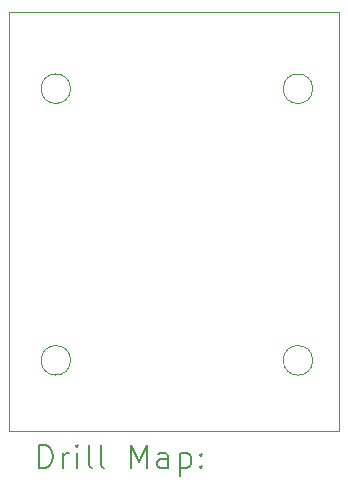
<source format=gbr>
%TF.GenerationSoftware,KiCad,Pcbnew,8.0.5*%
%TF.CreationDate,2024-10-02T23:49:12-05:00*%
%TF.ProjectId,OLED PCB,4f4c4544-2050-4434-922e-6b696361645f,rev?*%
%TF.SameCoordinates,Original*%
%TF.FileFunction,Drillmap*%
%TF.FilePolarity,Positive*%
%FSLAX45Y45*%
G04 Gerber Fmt 4.5, Leading zero omitted, Abs format (unit mm)*
G04 Created by KiCad (PCBNEW 8.0.5) date 2024-10-02 23:49:12*
%MOMM*%
%LPD*%
G01*
G04 APERTURE LIST*
%ADD10C,0.050000*%
%ADD11C,0.200000*%
G04 APERTURE END LIST*
D10*
X18575000Y-10450000D02*
G75*
G02*
X18325000Y-10450000I-125000J0D01*
G01*
X18325000Y-10450000D02*
G75*
G02*
X18575000Y-10450000I125000J0D01*
G01*
X18575000Y-8150000D02*
G75*
G02*
X18325000Y-8150000I-125000J0D01*
G01*
X18325000Y-8150000D02*
G75*
G02*
X18575000Y-8150000I125000J0D01*
G01*
X16525000Y-8150000D02*
G75*
G02*
X16275000Y-8150000I-125000J0D01*
G01*
X16275000Y-8150000D02*
G75*
G02*
X16525000Y-8150000I125000J0D01*
G01*
X16525000Y-10450000D02*
G75*
G02*
X16275000Y-10450000I-125000J0D01*
G01*
X16275000Y-10450000D02*
G75*
G02*
X16525000Y-10450000I125000J0D01*
G01*
X16000000Y-7500000D02*
X18800000Y-7500000D01*
X18800000Y-11050000D01*
X16000000Y-11050000D01*
X16000000Y-7500000D01*
D11*
X16258277Y-11363984D02*
X16258277Y-11163984D01*
X16258277Y-11163984D02*
X16305896Y-11163984D01*
X16305896Y-11163984D02*
X16334467Y-11173508D01*
X16334467Y-11173508D02*
X16353515Y-11192555D01*
X16353515Y-11192555D02*
X16363039Y-11211603D01*
X16363039Y-11211603D02*
X16372562Y-11249698D01*
X16372562Y-11249698D02*
X16372562Y-11278269D01*
X16372562Y-11278269D02*
X16363039Y-11316365D01*
X16363039Y-11316365D02*
X16353515Y-11335412D01*
X16353515Y-11335412D02*
X16334467Y-11354460D01*
X16334467Y-11354460D02*
X16305896Y-11363984D01*
X16305896Y-11363984D02*
X16258277Y-11363984D01*
X16458277Y-11363984D02*
X16458277Y-11230650D01*
X16458277Y-11268746D02*
X16467801Y-11249698D01*
X16467801Y-11249698D02*
X16477324Y-11240174D01*
X16477324Y-11240174D02*
X16496372Y-11230650D01*
X16496372Y-11230650D02*
X16515420Y-11230650D01*
X16582086Y-11363984D02*
X16582086Y-11230650D01*
X16582086Y-11163984D02*
X16572562Y-11173508D01*
X16572562Y-11173508D02*
X16582086Y-11183031D01*
X16582086Y-11183031D02*
X16591610Y-11173508D01*
X16591610Y-11173508D02*
X16582086Y-11163984D01*
X16582086Y-11163984D02*
X16582086Y-11183031D01*
X16705896Y-11363984D02*
X16686848Y-11354460D01*
X16686848Y-11354460D02*
X16677324Y-11335412D01*
X16677324Y-11335412D02*
X16677324Y-11163984D01*
X16810658Y-11363984D02*
X16791610Y-11354460D01*
X16791610Y-11354460D02*
X16782086Y-11335412D01*
X16782086Y-11335412D02*
X16782086Y-11163984D01*
X17039229Y-11363984D02*
X17039229Y-11163984D01*
X17039229Y-11163984D02*
X17105896Y-11306841D01*
X17105896Y-11306841D02*
X17172563Y-11163984D01*
X17172563Y-11163984D02*
X17172563Y-11363984D01*
X17353515Y-11363984D02*
X17353515Y-11259222D01*
X17353515Y-11259222D02*
X17343991Y-11240174D01*
X17343991Y-11240174D02*
X17324944Y-11230650D01*
X17324944Y-11230650D02*
X17286848Y-11230650D01*
X17286848Y-11230650D02*
X17267801Y-11240174D01*
X17353515Y-11354460D02*
X17334467Y-11363984D01*
X17334467Y-11363984D02*
X17286848Y-11363984D01*
X17286848Y-11363984D02*
X17267801Y-11354460D01*
X17267801Y-11354460D02*
X17258277Y-11335412D01*
X17258277Y-11335412D02*
X17258277Y-11316365D01*
X17258277Y-11316365D02*
X17267801Y-11297317D01*
X17267801Y-11297317D02*
X17286848Y-11287793D01*
X17286848Y-11287793D02*
X17334467Y-11287793D01*
X17334467Y-11287793D02*
X17353515Y-11278269D01*
X17448753Y-11230650D02*
X17448753Y-11430650D01*
X17448753Y-11240174D02*
X17467801Y-11230650D01*
X17467801Y-11230650D02*
X17505896Y-11230650D01*
X17505896Y-11230650D02*
X17524944Y-11240174D01*
X17524944Y-11240174D02*
X17534467Y-11249698D01*
X17534467Y-11249698D02*
X17543991Y-11268746D01*
X17543991Y-11268746D02*
X17543991Y-11325888D01*
X17543991Y-11325888D02*
X17534467Y-11344936D01*
X17534467Y-11344936D02*
X17524944Y-11354460D01*
X17524944Y-11354460D02*
X17505896Y-11363984D01*
X17505896Y-11363984D02*
X17467801Y-11363984D01*
X17467801Y-11363984D02*
X17448753Y-11354460D01*
X17629705Y-11344936D02*
X17639229Y-11354460D01*
X17639229Y-11354460D02*
X17629705Y-11363984D01*
X17629705Y-11363984D02*
X17620182Y-11354460D01*
X17620182Y-11354460D02*
X17629705Y-11344936D01*
X17629705Y-11344936D02*
X17629705Y-11363984D01*
X17629705Y-11240174D02*
X17639229Y-11249698D01*
X17639229Y-11249698D02*
X17629705Y-11259222D01*
X17629705Y-11259222D02*
X17620182Y-11249698D01*
X17620182Y-11249698D02*
X17629705Y-11240174D01*
X17629705Y-11240174D02*
X17629705Y-11259222D01*
M02*

</source>
